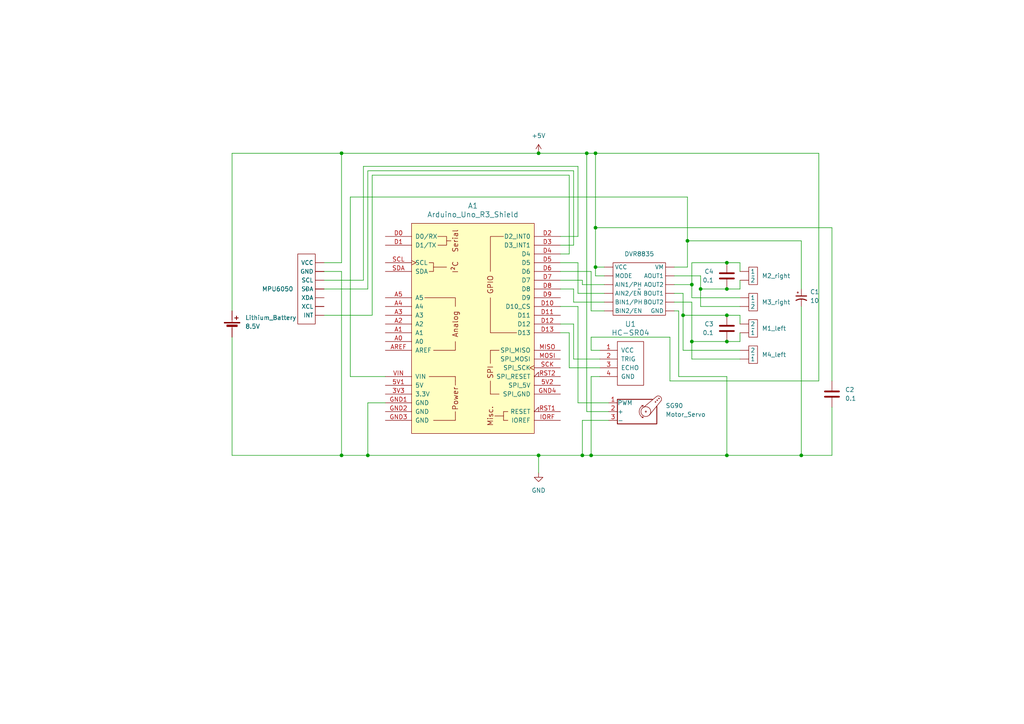
<source format=kicad_sch>
(kicad_sch (version 20230121) (generator eeschema)

  (uuid 4b7c3d41-ac4b-43a5-9790-3a03350d652f)

  (paper "A4")

  (lib_symbols
    (symbol "Device:Battery_Cell" (pin_numbers hide) (pin_names (offset 0) hide) (in_bom yes) (on_board yes)
      (property "Reference" "BT" (at 2.54 2.54 0)
        (effects (font (size 1.27 1.27)) (justify left))
      )
      (property "Value" "Battery_Cell" (at 2.54 0 0)
        (effects (font (size 1.27 1.27)) (justify left))
      )
      (property "Footprint" "" (at 0 1.524 90)
        (effects (font (size 1.27 1.27)) hide)
      )
      (property "Datasheet" "~" (at 0 1.524 90)
        (effects (font (size 1.27 1.27)) hide)
      )
      (property "ki_keywords" "battery cell" (at 0 0 0)
        (effects (font (size 1.27 1.27)) hide)
      )
      (property "ki_description" "Single-cell battery" (at 0 0 0)
        (effects (font (size 1.27 1.27)) hide)
      )
      (symbol "Battery_Cell_0_1"
        (rectangle (start -2.286 1.778) (end 2.286 1.524)
          (stroke (width 0) (type default))
          (fill (type outline))
        )
        (rectangle (start -1.524 1.016) (end 1.524 0.508)
          (stroke (width 0) (type default))
          (fill (type outline))
        )
        (polyline
          (pts
            (xy 0 0.762)
            (xy 0 0)
          )
          (stroke (width 0) (type default))
          (fill (type none))
        )
        (polyline
          (pts
            (xy 0 1.778)
            (xy 0 2.54)
          )
          (stroke (width 0) (type default))
          (fill (type none))
        )
        (polyline
          (pts
            (xy 0.762 3.048)
            (xy 1.778 3.048)
          )
          (stroke (width 0.254) (type default))
          (fill (type none))
        )
        (polyline
          (pts
            (xy 1.27 3.556)
            (xy 1.27 2.54)
          )
          (stroke (width 0.254) (type default))
          (fill (type none))
        )
      )
      (symbol "Battery_Cell_1_1"
        (pin passive line (at 0 5.08 270) (length 2.54)
          (name "+" (effects (font (size 1.27 1.27))))
          (number "1" (effects (font (size 1.27 1.27))))
        )
        (pin passive line (at 0 -2.54 90) (length 2.54)
          (name "-" (effects (font (size 1.27 1.27))))
          (number "2" (effects (font (size 1.27 1.27))))
        )
      )
    )
    (symbol "Device:C" (pin_numbers hide) (pin_names (offset 0.254)) (in_bom yes) (on_board yes)
      (property "Reference" "C" (at 0.635 2.54 0)
        (effects (font (size 1.27 1.27)) (justify left))
      )
      (property "Value" "C" (at 0.635 -2.54 0)
        (effects (font (size 1.27 1.27)) (justify left))
      )
      (property "Footprint" "" (at 0.9652 -3.81 0)
        (effects (font (size 1.27 1.27)) hide)
      )
      (property "Datasheet" "~" (at 0 0 0)
        (effects (font (size 1.27 1.27)) hide)
      )
      (property "ki_keywords" "cap capacitor" (at 0 0 0)
        (effects (font (size 1.27 1.27)) hide)
      )
      (property "ki_description" "Unpolarized capacitor" (at 0 0 0)
        (effects (font (size 1.27 1.27)) hide)
      )
      (property "ki_fp_filters" "C_*" (at 0 0 0)
        (effects (font (size 1.27 1.27)) hide)
      )
      (symbol "C_0_1"
        (polyline
          (pts
            (xy -2.032 -0.762)
            (xy 2.032 -0.762)
          )
          (stroke (width 0.508) (type default))
          (fill (type none))
        )
        (polyline
          (pts
            (xy -2.032 0.762)
            (xy 2.032 0.762)
          )
          (stroke (width 0.508) (type default))
          (fill (type none))
        )
      )
      (symbol "C_1_1"
        (pin passive line (at 0 3.81 270) (length 2.794)
          (name "~" (effects (font (size 1.27 1.27))))
          (number "1" (effects (font (size 1.27 1.27))))
        )
        (pin passive line (at 0 -3.81 90) (length 2.794)
          (name "~" (effects (font (size 1.27 1.27))))
          (number "2" (effects (font (size 1.27 1.27))))
        )
      )
    )
    (symbol "Device:C_Polarized_Small_US" (pin_numbers hide) (pin_names (offset 0.254) hide) (in_bom yes) (on_board yes)
      (property "Reference" "C" (at 0.254 1.778 0)
        (effects (font (size 1.27 1.27)) (justify left))
      )
      (property "Value" "C_Polarized_Small_US" (at 0.254 -2.032 0)
        (effects (font (size 1.27 1.27)) (justify left))
      )
      (property "Footprint" "" (at 0 0 0)
        (effects (font (size 1.27 1.27)) hide)
      )
      (property "Datasheet" "~" (at 0 0 0)
        (effects (font (size 1.27 1.27)) hide)
      )
      (property "ki_keywords" "cap capacitor" (at 0 0 0)
        (effects (font (size 1.27 1.27)) hide)
      )
      (property "ki_description" "Polarized capacitor, small US symbol" (at 0 0 0)
        (effects (font (size 1.27 1.27)) hide)
      )
      (property "ki_fp_filters" "CP_*" (at 0 0 0)
        (effects (font (size 1.27 1.27)) hide)
      )
      (symbol "C_Polarized_Small_US_0_1"
        (polyline
          (pts
            (xy -1.524 0.508)
            (xy 1.524 0.508)
          )
          (stroke (width 0.3048) (type default))
          (fill (type none))
        )
        (polyline
          (pts
            (xy -1.27 1.524)
            (xy -0.762 1.524)
          )
          (stroke (width 0) (type default))
          (fill (type none))
        )
        (polyline
          (pts
            (xy -1.016 1.27)
            (xy -1.016 1.778)
          )
          (stroke (width 0) (type default))
          (fill (type none))
        )
        (arc (start 1.524 -0.762) (mid 0 -0.3734) (end -1.524 -0.762)
          (stroke (width 0.3048) (type default))
          (fill (type none))
        )
      )
      (symbol "C_Polarized_Small_US_1_1"
        (pin passive line (at 0 2.54 270) (length 2.032)
          (name "~" (effects (font (size 1.27 1.27))))
          (number "1" (effects (font (size 1.27 1.27))))
        )
        (pin passive line (at 0 -2.54 90) (length 2.032)
          (name "~" (effects (font (size 1.27 1.27))))
          (number "2" (effects (font (size 1.27 1.27))))
        )
      )
    )
    (symbol "Motor:Motor_Servo" (pin_names (offset 0.0254)) (in_bom yes) (on_board yes)
      (property "Reference" "M" (at -5.08 4.445 0)
        (effects (font (size 1.27 1.27)) (justify left))
      )
      (property "Value" "Motor_Servo" (at -5.08 -4.064 0)
        (effects (font (size 1.27 1.27)) (justify left top))
      )
      (property "Footprint" "" (at 0 -4.826 0)
        (effects (font (size 1.27 1.27)) hide)
      )
      (property "Datasheet" "http://forums.parallax.com/uploads/attachments/46831/74481.png" (at 0 -4.826 0)
        (effects (font (size 1.27 1.27)) hide)
      )
      (property "ki_keywords" "Servo Motor" (at 0 0 0)
        (effects (font (size 1.27 1.27)) hide)
      )
      (property "ki_description" "Servo Motor (Futaba, HiTec, JR connector)" (at 0 0 0)
        (effects (font (size 1.27 1.27)) hide)
      )
      (property "ki_fp_filters" "PinHeader*P2.54mm*" (at 0 0 0)
        (effects (font (size 1.27 1.27)) hide)
      )
      (symbol "Motor_Servo_0_1"
        (polyline
          (pts
            (xy 2.413 -1.778)
            (xy 2.032 -1.778)
          )
          (stroke (width 0) (type default))
          (fill (type none))
        )
        (polyline
          (pts
            (xy 2.413 -1.778)
            (xy 2.286 -1.397)
          )
          (stroke (width 0) (type default))
          (fill (type none))
        )
        (polyline
          (pts
            (xy 2.413 1.778)
            (xy 1.905 1.778)
          )
          (stroke (width 0) (type default))
          (fill (type none))
        )
        (polyline
          (pts
            (xy 2.413 1.778)
            (xy 2.286 1.397)
          )
          (stroke (width 0) (type default))
          (fill (type none))
        )
        (polyline
          (pts
            (xy 6.35 4.445)
            (xy 2.54 1.27)
          )
          (stroke (width 0) (type default))
          (fill (type none))
        )
        (polyline
          (pts
            (xy 7.62 3.175)
            (xy 4.191 -1.016)
          )
          (stroke (width 0) (type default))
          (fill (type none))
        )
        (polyline
          (pts
            (xy 5.08 3.556)
            (xy -5.08 3.556)
            (xy -5.08 -3.556)
            (xy 6.35 -3.556)
            (xy 6.35 1.524)
          )
          (stroke (width 0.254) (type default))
          (fill (type none))
        )
        (arc (start 2.413 1.778) (mid 1.2406 0) (end 2.413 -1.778)
          (stroke (width 0) (type default))
          (fill (type none))
        )
        (circle (center 3.175 0) (radius 0.1778)
          (stroke (width 0) (type default))
          (fill (type none))
        )
        (circle (center 3.175 0) (radius 1.4224)
          (stroke (width 0) (type default))
          (fill (type none))
        )
        (circle (center 5.969 2.794) (radius 0.127)
          (stroke (width 0) (type default))
          (fill (type none))
        )
        (circle (center 6.477 3.302) (radius 0.127)
          (stroke (width 0) (type default))
          (fill (type none))
        )
        (circle (center 6.985 3.81) (radius 0.127)
          (stroke (width 0) (type default))
          (fill (type none))
        )
        (arc (start 7.62 3.175) (mid 7.4485 4.2735) (end 6.35 4.445)
          (stroke (width 0) (type default))
          (fill (type none))
        )
      )
      (symbol "Motor_Servo_1_1"
        (pin passive line (at -7.62 2.54 0) (length 2.54)
          (name "PWM" (effects (font (size 1.27 1.27))))
          (number "1" (effects (font (size 1.27 1.27))))
        )
        (pin passive line (at -7.62 0 0) (length 2.54)
          (name "+" (effects (font (size 1.27 1.27))))
          (number "2" (effects (font (size 1.27 1.27))))
        )
        (pin passive line (at -7.62 -2.54 0) (length 2.54)
          (name "-" (effects (font (size 1.27 1.27))))
          (number "3" (effects (font (size 1.27 1.27))))
        )
      )
    )
    (symbol "PCM_arduino-library:Arduino_Uno_R3_Shield" (pin_names (offset 1.016)) (in_bom yes) (on_board yes)
      (property "Reference" "A" (at 0 36.83 0)
        (effects (font (size 1.524 1.524)))
      )
      (property "Value" "Arduino_Uno_R3_Shield" (at 0 33.02 0)
        (effects (font (size 1.524 1.524)))
      )
      (property "Footprint" "PCM_arduino-library:Arduino_Uno_R3_Shield" (at 0 -38.1 0)
        (effects (font (size 1.524 1.524)) hide)
      )
      (property "Datasheet" "https://docs.arduino.cc/hardware/uno-rev3" (at 0 -34.29 0)
        (effects (font (size 1.524 1.524)) hide)
      )
      (property "ki_keywords" "Arduino MPU Shield" (at 0 0 0)
        (effects (font (size 1.27 1.27)) hide)
      )
      (property "ki_description" "Shield for Arduino Uno R3" (at 0 0 0)
        (effects (font (size 1.27 1.27)) hide)
      )
      (property "ki_fp_filters" "Arduino_Uno_R3_Shield" (at 0 0 0)
        (effects (font (size 1.27 1.27)) hide)
      )
      (symbol "Arduino_Uno_R3_Shield_0_0"
        (rectangle (start -17.78 30.48) (end 17.78 -30.48)
          (stroke (width 0) (type default))
          (fill (type background))
        )
        (rectangle (start -12.7 -13.97) (end -5.08 -13.97)
          (stroke (width 0) (type default))
          (fill (type none))
        )
        (rectangle (start -11.43 -26.67) (end -5.08 -26.67)
          (stroke (width 0) (type default))
          (fill (type none))
        )
        (polyline
          (pts
            (xy -11.43 17.78)
            (xy -7.62 17.78)
          )
          (stroke (width 0) (type default))
          (fill (type none))
        )
        (polyline
          (pts
            (xy -7.62 25.4)
            (xy -6.35 25.4)
          )
          (stroke (width 0) (type default))
          (fill (type none))
        )
        (polyline
          (pts
            (xy -5.08 -26.67)
            (xy -5.08 -24.13)
          )
          (stroke (width 0) (type default))
          (fill (type none))
        )
        (polyline
          (pts
            (xy -5.08 -15.24)
            (xy -5.08 -16.51)
          )
          (stroke (width 0) (type default))
          (fill (type none))
        )
        (polyline
          (pts
            (xy -5.08 -13.97)
            (xy -5.08 -15.24)
          )
          (stroke (width 0) (type default))
          (fill (type none))
        )
        (polyline
          (pts
            (xy -5.08 -3.81)
            (xy -5.08 -6.35)
            (xy -11.43 -6.35)
          )
          (stroke (width 0) (type default))
          (fill (type none))
        )
        (polyline
          (pts
            (xy -5.08 6.35)
            (xy -5.08 8.89)
            (xy -13.97 8.89)
          )
          (stroke (width 0) (type default))
          (fill (type none))
        )
        (polyline
          (pts
            (xy 5.08 8.89)
            (xy 5.08 -1.27)
            (xy 12.7 -1.27)
          )
          (stroke (width 0) (type default))
          (fill (type none))
        )
        (polyline
          (pts
            (xy 5.08 16.51)
            (xy 5.08 26.67)
            (xy 8.89 26.67)
          )
          (stroke (width 0) (type default))
          (fill (type none))
        )
        (polyline
          (pts
            (xy -12.7 19.05)
            (xy -11.43 19.05)
            (xy -11.43 16.51)
            (xy -12.7 16.51)
          )
          (stroke (width 0) (type default))
          (fill (type none))
        )
        (polyline
          (pts
            (xy -10.16 26.67)
            (xy -7.62 26.67)
            (xy -7.62 24.13)
            (xy -10.16 24.13)
          )
          (stroke (width 0) (type default))
          (fill (type none))
        )
        (rectangle (start 5.08 -19.05) (end 5.08 -15.24)
          (stroke (width 0) (type default))
          (fill (type none))
        )
        (rectangle (start 5.08 -19.05) (end 7.62 -19.05)
          (stroke (width 0) (type default))
          (fill (type none))
        )
        (rectangle (start 5.08 -10.16) (end 5.08 -6.35)
          (stroke (width 0) (type default))
          (fill (type none))
        )
        (rectangle (start 7.62 -6.35) (end 5.08 -6.35)
          (stroke (width 0) (type default))
          (fill (type none))
        )
        (rectangle (start 8.89 -25.4) (end 6.35 -25.4)
          (stroke (width 0) (type default))
          (fill (type none))
        )
        (rectangle (start 8.89 -24.13) (end 8.89 -26.67)
          (stroke (width 0) (type default))
          (fill (type none))
        )
        (rectangle (start 10.16 -26.67) (end 8.89 -26.67)
          (stroke (width 0) (type default))
          (fill (type none))
        )
        (rectangle (start 10.16 -24.13) (end 8.89 -24.13)
          (stroke (width 0) (type default))
          (fill (type none))
        )
        (text "Analog" (at -5.08 1.27 900)
          (effects (font (size 1.524 1.524)))
        )
        (text "I²C" (at -5.08 17.78 900)
          (effects (font (size 1.524 1.524)))
        )
        (text "Misc." (at 5.08 -25.4 900)
          (effects (font (size 1.524 1.524)))
        )
        (text "Power" (at -5.08 -20.32 900)
          (effects (font (size 1.524 1.524)))
        )
        (text "Serial" (at -5.08 25.4 900)
          (effects (font (size 1.524 1.524)))
        )
        (text "SPI" (at 5.08 -12.7 900)
          (effects (font (size 1.524 1.524)))
        )
      )
      (symbol "Arduino_Uno_R3_Shield_1_0"
        (text "GPIO" (at 5.08 12.7 900)
          (effects (font (size 1.524 1.524)))
        )
      )
      (symbol "Arduino_Uno_R3_Shield_1_1"
        (pin power_out line (at -25.4 -19.05 0) (length 7.62)
          (name "3.3V" (effects (font (size 1.27 1.27))))
          (number "3V3" (effects (font (size 1.27 1.27))))
        )
        (pin power_in line (at -25.4 -16.51 0) (length 7.62)
          (name "5V" (effects (font (size 1.27 1.27))))
          (number "5V1" (effects (font (size 1.27 1.27))))
        )
        (pin power_in line (at 25.4 -16.51 180) (length 7.62)
          (name "SPI_5V" (effects (font (size 1.27 1.27))))
          (number "5V2" (effects (font (size 1.27 1.27))))
        )
        (pin bidirectional line (at -25.4 -3.81 0) (length 7.62)
          (name "A0" (effects (font (size 1.27 1.27))))
          (number "A0" (effects (font (size 1.27 1.27))))
        )
        (pin bidirectional line (at -25.4 -1.27 0) (length 7.62)
          (name "A1" (effects (font (size 1.27 1.27))))
          (number "A1" (effects (font (size 1.27 1.27))))
        )
        (pin bidirectional line (at -25.4 1.27 0) (length 7.62)
          (name "A2" (effects (font (size 1.27 1.27))))
          (number "A2" (effects (font (size 1.27 1.27))))
        )
        (pin bidirectional line (at -25.4 3.81 0) (length 7.62)
          (name "A3" (effects (font (size 1.27 1.27))))
          (number "A3" (effects (font (size 1.27 1.27))))
        )
        (pin bidirectional line (at -25.4 6.35 0) (length 7.62)
          (name "A4" (effects (font (size 1.27 1.27))))
          (number "A4" (effects (font (size 1.27 1.27))))
        )
        (pin bidirectional line (at -25.4 8.89 0) (length 7.62)
          (name "A5" (effects (font (size 1.27 1.27))))
          (number "A5" (effects (font (size 1.27 1.27))))
        )
        (pin input line (at -25.4 -6.35 0) (length 7.62)
          (name "AREF" (effects (font (size 1.27 1.27))))
          (number "AREF" (effects (font (size 1.27 1.27))))
        )
        (pin bidirectional line (at -25.4 26.67 0) (length 7.62)
          (name "D0/RX" (effects (font (size 1.27 1.27))))
          (number "D0" (effects (font (size 1.27 1.27))))
        )
        (pin bidirectional line (at -25.4 24.13 0) (length 7.62)
          (name "D1/TX" (effects (font (size 1.27 1.27))))
          (number "D1" (effects (font (size 1.27 1.27))))
        )
        (pin bidirectional line (at 25.4 6.35 180) (length 7.62)
          (name "D10_CS" (effects (font (size 1.27 1.27))))
          (number "D10" (effects (font (size 1.27 1.27))))
        )
        (pin bidirectional line (at 25.4 3.81 180) (length 7.62)
          (name "D11" (effects (font (size 1.27 1.27))))
          (number "D11" (effects (font (size 1.27 1.27))))
        )
        (pin bidirectional line (at 25.4 1.27 180) (length 7.62)
          (name "D12" (effects (font (size 1.27 1.27))))
          (number "D12" (effects (font (size 1.27 1.27))))
        )
        (pin bidirectional line (at 25.4 -1.27 180) (length 7.62)
          (name "D13" (effects (font (size 1.27 1.27))))
          (number "D13" (effects (font (size 1.27 1.27))))
        )
        (pin bidirectional line (at 25.4 26.67 180) (length 7.62)
          (name "D2_INT0" (effects (font (size 1.27 1.27))))
          (number "D2" (effects (font (size 1.27 1.27))))
        )
        (pin bidirectional line (at 25.4 24.13 180) (length 7.62)
          (name "D3_INT1" (effects (font (size 1.27 1.27))))
          (number "D3" (effects (font (size 1.27 1.27))))
        )
        (pin bidirectional line (at 25.4 21.59 180) (length 7.62)
          (name "D4" (effects (font (size 1.27 1.27))))
          (number "D4" (effects (font (size 1.27 1.27))))
        )
        (pin bidirectional line (at 25.4 19.05 180) (length 7.62)
          (name "D5" (effects (font (size 1.27 1.27))))
          (number "D5" (effects (font (size 1.27 1.27))))
        )
        (pin bidirectional line (at 25.4 16.51 180) (length 7.62)
          (name "D6" (effects (font (size 1.27 1.27))))
          (number "D6" (effects (font (size 1.27 1.27))))
        )
        (pin bidirectional line (at 25.4 13.97 180) (length 7.62)
          (name "D7" (effects (font (size 1.27 1.27))))
          (number "D7" (effects (font (size 1.27 1.27))))
        )
        (pin bidirectional line (at 25.4 11.43 180) (length 7.62)
          (name "D8" (effects (font (size 1.27 1.27))))
          (number "D8" (effects (font (size 1.27 1.27))))
        )
        (pin bidirectional line (at 25.4 8.89 180) (length 7.62)
          (name "D9" (effects (font (size 1.27 1.27))))
          (number "D9" (effects (font (size 1.27 1.27))))
        )
        (pin power_in line (at -25.4 -21.59 0) (length 7.62)
          (name "GND" (effects (font (size 1.27 1.27))))
          (number "GND1" (effects (font (size 1.27 1.27))))
        )
        (pin power_in line (at -25.4 -24.13 0) (length 7.62)
          (name "GND" (effects (font (size 1.27 1.27))))
          (number "GND2" (effects (font (size 1.27 1.27))))
        )
        (pin power_in line (at -25.4 -26.67 0) (length 7.62)
          (name "GND" (effects (font (size 1.27 1.27))))
          (number "GND3" (effects (font (size 1.27 1.27))))
        )
        (pin power_in line (at 25.4 -19.05 180) (length 7.62)
          (name "SPI_GND" (effects (font (size 1.27 1.27))))
          (number "GND4" (effects (font (size 1.27 1.27))))
        )
        (pin output line (at 25.4 -26.67 180) (length 7.62)
          (name "IOREF" (effects (font (size 1.27 1.27))))
          (number "IORF" (effects (font (size 1.27 1.27))))
        )
        (pin input line (at 25.4 -6.35 180) (length 7.62)
          (name "SPI_MISO" (effects (font (size 1.27 1.27))))
          (number "MISO" (effects (font (size 1.27 1.27))))
        )
        (pin output line (at 25.4 -8.89 180) (length 7.62)
          (name "SPI_MOSI" (effects (font (size 1.27 1.27))))
          (number "MOSI" (effects (font (size 1.27 1.27))))
        )
        (pin open_collector input_low (at 25.4 -24.13 180) (length 7.62)
          (name "RESET" (effects (font (size 1.27 1.27))))
          (number "RST1" (effects (font (size 1.27 1.27))))
        )
        (pin open_collector input_low (at 25.4 -13.97 180) (length 7.62)
          (name "SPI_RESET" (effects (font (size 1.27 1.27))))
          (number "RST2" (effects (font (size 1.27 1.27))))
        )
        (pin output clock (at 25.4 -11.43 180) (length 7.62)
          (name "SPI_SCK" (effects (font (size 1.27 1.27))))
          (number "SCK" (effects (font (size 1.27 1.27))))
        )
        (pin bidirectional clock (at -25.4 19.05 0) (length 7.62)
          (name "SCL" (effects (font (size 1.27 1.27))))
          (number "SCL" (effects (font (size 1.27 1.27))))
        )
        (pin bidirectional line (at -25.4 16.51 0) (length 7.62)
          (name "SDA" (effects (font (size 1.27 1.27))))
          (number "SDA" (effects (font (size 1.27 1.27))))
        )
        (pin power_in line (at -25.4 -13.97 0) (length 7.62)
          (name "VIN" (effects (font (size 1.27 1.27))))
          (number "VIN" (effects (font (size 1.27 1.27))))
        )
      )
    )
    (symbol "Project_2_library:DRV8835" (in_bom yes) (on_board yes)
      (property "Reference" "X" (at 0 0 0)
        (effects (font (size 1.27 1.27)))
      )
      (property "Value" "" (at 0 0 0)
        (effects (font (size 1.27 1.27)))
      )
      (property "Footprint" "" (at 0 0 0)
        (effects (font (size 1.27 1.27)) hide)
      )
      (property "Datasheet" "" (at 0 0 0)
        (effects (font (size 1.27 1.27)) hide)
      )
      (symbol "DRV8835_0_1"
        (polyline
          (pts
            (xy 0 7.62)
            (xy 7.62 7.62)
            (xy 7.62 -7.62)
            (xy -7.62 -7.62)
            (xy -7.62 7.62)
            (xy 0 7.62)
          )
          (stroke (width 0) (type default))
          (fill (type none))
        )
      )
      (symbol "DRV8835_1_1"
        (pin input line (at 10.16 1.27 180) (length 2.54)
          (name "AIN1/PH" (effects (font (size 1.2 1.2))))
          (number "" (effects (font (size 1.2 1.2))))
        )
        (pin input line (at 10.16 -1.27 180) (length 2.54)
          (name "AIN2/EN" (effects (font (size 1.2 1.2))))
          (number "" (effects (font (size 1.2 1.2))))
        )
        (pin output line (at -10.16 3.81 0) (length 2.54)
          (name "AOUT1" (effects (font (size 1.2 1.2))))
          (number "" (effects (font (size 1.2 1.2))))
        )
        (pin output line (at -10.16 1.27 0) (length 2.54)
          (name "AOUT2" (effects (font (size 1.2 1.2))))
          (number "" (effects (font (size 1.2 1.2))))
        )
        (pin input line (at 10.16 -3.81 180) (length 2.54)
          (name "BIN1/PH" (effects (font (size 1.2 1.2))))
          (number "" (effects (font (size 1.2 1.2))))
        )
        (pin input line (at 10.16 -6.35 180) (length 2.54)
          (name "BIN2/EN" (effects (font (size 1.2 1.2))))
          (number "" (effects (font (size 1.2 1.2))))
        )
        (pin output line (at -10.16 -1.27 0) (length 2.54)
          (name "BOUT1" (effects (font (size 1.2 1.2))))
          (number "" (effects (font (size 1.2 1.2))))
        )
        (pin output line (at -10.16 -3.81 0) (length 2.54)
          (name "BOUT2" (effects (font (size 1.2 1.2))))
          (number "" (effects (font (size 1.2 1.2))))
        )
        (pin output line (at -10.16 -6.35 0) (length 2.54)
          (name "GND" (effects (font (size 1.2 1.2))))
          (number "" (effects (font (size 1.2 1.2))))
        )
        (pin input line (at 10.16 3.81 180) (length 2.54)
          (name "MODE" (effects (font (size 1.2 1.2))))
          (number "" (effects (font (size 1.2 1.2))))
        )
        (pin input line (at 10.16 6.35 180) (length 2.54)
          (name "VCC" (effects (font (size 1.2 1.2))))
          (number "" (effects (font (size 1.2 1.2))))
        )
        (pin output line (at -10.16 6.35 0) (length 2.54)
          (name "VM" (effects (font (size 1.2 1.2))))
          (number "" (effects (font (size 1.2 1.2))))
        )
      )
    )
    (symbol "Project_2_library:M1" (in_bom yes) (on_board yes)
      (property "Reference" "x" (at 0 0 0)
        (effects (font (size 1.27 1.27)))
      )
      (property "Value" "" (at 0 0 0)
        (effects (font (size 1.27 1.27)))
      )
      (property "Footprint" "" (at 0 0 0)
        (effects (font (size 1.27 1.27)) hide)
      )
      (property "Datasheet" "" (at 0 0 0)
        (effects (font (size 1.27 1.27)) hide)
      )
      (symbol "M1_0_1"
        (rectangle (start -1.27 2.54) (end 1.27 -2.54)
          (stroke (width 0) (type default))
          (fill (type none))
        )
      )
      (symbol "M1_1_1"
        (pin input line (at -3.81 -1.27 0) (length 2.54)
          (name "1" (effects (font (size 1.2 1.2))))
          (number "" (effects (font (size 1.2 1.2))))
        )
        (pin input line (at -3.81 1.27 0) (length 2.54)
          (name "2" (effects (font (size 1.2 1.2))))
          (number "" (effects (font (size 1.2 1.2))))
        )
      )
    )
    (symbol "Project_2_library:M2" (in_bom yes) (on_board yes)
      (property "Reference" "x" (at 0 0 0)
        (effects (font (size 1.27 1.27)))
      )
      (property "Value" "" (at 0 0 0)
        (effects (font (size 1.27 1.27)))
      )
      (property "Footprint" "" (at 0 0 0)
        (effects (font (size 1.27 1.27)) hide)
      )
      (property "Datasheet" "" (at 0 0 0)
        (effects (font (size 1.27 1.27)) hide)
      )
      (symbol "M2_0_1"
        (rectangle (start -1.27 2.54) (end 1.27 -2.54)
          (stroke (width 0) (type default))
          (fill (type none))
        )
      )
      (symbol "M2_1_1"
        (pin input line (at -3.81 1.27 0) (length 2.54)
          (name "1" (effects (font (size 1.2 1.2))))
          (number "" (effects (font (size 1.2 1.2))))
        )
        (pin input line (at -3.81 -1.27 0) (length 2.54)
          (name "2" (effects (font (size 1.2 1.2))))
          (number "" (effects (font (size 1.2 1.2))))
        )
      )
    )
    (symbol "Project_2_library:MPU6050" (in_bom yes) (on_board yes)
      (property "Reference" "x" (at 0 0 0)
        (effects (font (size 1.27 1.27)))
      )
      (property "Value" "" (at 0 0 0)
        (effects (font (size 1.27 1.27)))
      )
      (property "Footprint" "" (at 0 0 0)
        (effects (font (size 1.27 1.27)) hide)
      )
      (property "Datasheet" "" (at 0 0 0)
        (effects (font (size 1.27 1.27)) hide)
      )
      (symbol "MPU6050_0_1"
        (rectangle (start -2.54 10.16) (end 2.54 -10.16)
          (stroke (width 0) (type default))
          (fill (type none))
        )
      )
      (symbol "MPU6050_1_1"
        (pin input line (at -5.08 5.08 0) (length 2.54)
          (name "GND" (effects (font (size 1.2 1.2))))
          (number "" (effects (font (size 1.2 1.2))))
        )
        (pin input line (at -5.08 -7.62 0) (length 2.54)
          (name "INT" (effects (font (size 1.2 1.2))))
          (number "" (effects (font (size 1.2 1.2))))
        )
        (pin input line (at -5.08 2.54 0) (length 2.54)
          (name "SCL" (effects (font (size 1.2 1.2))))
          (number "" (effects (font (size 1.2 1.2))))
        )
        (pin input line (at -5.08 0 0) (length 2.54)
          (name "SDA" (effects (font (size 1.2 1.2))))
          (number "" (effects (font (size 1.2 1.2))))
        )
        (pin input line (at -5.08 7.62 0) (length 2.54)
          (name "VCC" (effects (font (size 1.2 1.2))))
          (number "" (effects (font (size 1.2 1.2))))
        )
        (pin input line (at -5.08 -5.08 0) (length 2.54)
          (name "XCL" (effects (font (size 1.2 1.2))))
          (number "" (effects (font (size 1.2 1.2))))
        )
        (pin input line (at -5.08 -2.54 0) (length 2.54)
          (name "XDA" (effects (font (size 1.2 1.2))))
          (number "" (effects (font (size 1.2 1.2))))
        )
      )
    )
    (symbol "hc-sr04:HC-SR04" (pin_names (offset 1.016)) (in_bom yes) (on_board yes)
      (property "Reference" "U" (at -6.35 -7.62 0)
        (effects (font (size 1.524 1.524)))
      )
      (property "Value" "HC-SR04" (at -2.54 7.62 0)
        (effects (font (size 1.524 1.524)))
      )
      (property "Footprint" "" (at 0 0 0)
        (effects (font (size 1.524 1.524)))
      )
      (property "Datasheet" "" (at 0 0 0)
        (effects (font (size 1.524 1.524)))
      )
      (symbol "HC-SR04_0_1"
        (rectangle (start 0 6.35) (end -7.62 -6.35)
          (stroke (width 0) (type solid))
          (fill (type none))
        )
      )
      (symbol "HC-SR04_1_1"
        (pin input line (at 5.08 3.81 180) (length 5.08)
          (name "VCC" (effects (font (size 1.27 1.27))))
          (number "1" (effects (font (size 1.27 1.27))))
        )
        (pin input line (at 5.08 1.27 180) (length 5.08)
          (name "TRIG" (effects (font (size 1.27 1.27))))
          (number "2" (effects (font (size 1.27 1.27))))
        )
        (pin input line (at 5.08 -1.27 180) (length 5.08)
          (name "ECHO" (effects (font (size 1.27 1.27))))
          (number "3" (effects (font (size 1.27 1.27))))
        )
        (pin input line (at 5.08 -3.81 180) (length 5.08)
          (name "GND" (effects (font (size 1.27 1.27))))
          (number "4" (effects (font (size 1.27 1.27))))
        )
      )
    )
    (symbol "power:+5V" (power) (pin_names (offset 0)) (in_bom yes) (on_board yes)
      (property "Reference" "#PWR" (at 0 -3.81 0)
        (effects (font (size 1.27 1.27)) hide)
      )
      (property "Value" "+5V" (at 0 3.556 0)
        (effects (font (size 1.27 1.27)))
      )
      (property "Footprint" "" (at 0 0 0)
        (effects (font (size 1.27 1.27)) hide)
      )
      (property "Datasheet" "" (at 0 0 0)
        (effects (font (size 1.27 1.27)) hide)
      )
      (property "ki_keywords" "global power" (at 0 0 0)
        (effects (font (size 1.27 1.27)) hide)
      )
      (property "ki_description" "Power symbol creates a global label with name \"+5V\"" (at 0 0 0)
        (effects (font (size 1.27 1.27)) hide)
      )
      (symbol "+5V_0_1"
        (polyline
          (pts
            (xy -0.762 1.27)
            (xy 0 2.54)
          )
          (stroke (width 0) (type default))
          (fill (type none))
        )
        (polyline
          (pts
            (xy 0 0)
            (xy 0 2.54)
          )
          (stroke (width 0) (type default))
          (fill (type none))
        )
        (polyline
          (pts
            (xy 0 2.54)
            (xy 0.762 1.27)
          )
          (stroke (width 0) (type default))
          (fill (type none))
        )
      )
      (symbol "+5V_1_1"
        (pin power_in line (at 0 0 90) (length 0) hide
          (name "+5V" (effects (font (size 1.27 1.27))))
          (number "1" (effects (font (size 1.27 1.27))))
        )
      )
    )
    (symbol "power:GND" (power) (pin_names (offset 0)) (in_bom yes) (on_board yes)
      (property "Reference" "#PWR" (at 0 -6.35 0)
        (effects (font (size 1.27 1.27)) hide)
      )
      (property "Value" "GND" (at 0 -3.81 0)
        (effects (font (size 1.27 1.27)))
      )
      (property "Footprint" "" (at 0 0 0)
        (effects (font (size 1.27 1.27)) hide)
      )
      (property "Datasheet" "" (at 0 0 0)
        (effects (font (size 1.27 1.27)) hide)
      )
      (property "ki_keywords" "global power" (at 0 0 0)
        (effects (font (size 1.27 1.27)) hide)
      )
      (property "ki_description" "Power symbol creates a global label with name \"GND\" , ground" (at 0 0 0)
        (effects (font (size 1.27 1.27)) hide)
      )
      (symbol "GND_0_1"
        (polyline
          (pts
            (xy 0 0)
            (xy 0 -1.27)
            (xy 1.27 -1.27)
            (xy 0 -2.54)
            (xy -1.27 -1.27)
            (xy 0 -1.27)
          )
          (stroke (width 0) (type default))
          (fill (type none))
        )
      )
      (symbol "GND_1_1"
        (pin power_in line (at 0 0 270) (length 0) hide
          (name "GND" (effects (font (size 1.27 1.27))))
          (number "1" (effects (font (size 1.27 1.27))))
        )
      )
    )
  )

  (junction (at 170.18 44.45) (diameter 0) (color 0 0 0 0)
    (uuid 03c678ce-b4bf-4635-8d0c-8564b695759b)
  )
  (junction (at 106.68 132.08) (diameter 0) (color 0 0 0 0)
    (uuid 19b73057-0884-43a3-9fef-4361dc00ada7)
  )
  (junction (at 210.82 76.2) (diameter 0) (color 0 0 0 0)
    (uuid 21090493-b375-4023-8095-368efd74dbd8)
  )
  (junction (at 168.91 132.08) (diameter 0) (color 0 0 0 0)
    (uuid 2a26f931-2c57-4ec3-b0ca-11d299c3b2a9)
  )
  (junction (at 232.41 132.08) (diameter 0) (color 0 0 0 0)
    (uuid 396bb33b-8ff7-4f5d-ad18-00b23057b3b1)
  )
  (junction (at 210.82 99.06) (diameter 0) (color 0 0 0 0)
    (uuid 47927bd4-8c9a-4a64-a599-de430adb3552)
  )
  (junction (at 199.39 69.85) (diameter 0) (color 0 0 0 0)
    (uuid 49f8e431-8ad4-44e3-8d60-996b90f63309)
  )
  (junction (at 210.82 132.08) (diameter 0) (color 0 0 0 0)
    (uuid 502880e1-9546-4538-920a-6f3caa4721ee)
  )
  (junction (at 99.06 44.45) (diameter 0) (color 0 0 0 0)
    (uuid 56017082-b84b-4f1e-8a85-e487dabf27d3)
  )
  (junction (at 203.2 83.82) (diameter 0) (color 0 0 0 0)
    (uuid 5a6d84f1-f5db-4f70-ab9d-b67a1646d999)
  )
  (junction (at 200.66 99.06) (diameter 0) (color 0 0 0 0)
    (uuid 69360d2b-0f87-4790-9edf-0b1dcb1c45d3)
  )
  (junction (at 172.72 77.47) (diameter 0) (color 0 0 0 0)
    (uuid 69b7e6a9-3d26-49b9-a2b8-45794f75391d)
  )
  (junction (at 156.21 44.45) (diameter 0) (color 0 0 0 0)
    (uuid 723b429f-4f45-4df5-96ce-86dd8527c81c)
  )
  (junction (at 198.12 91.44) (diameter 0) (color 0 0 0 0)
    (uuid 822f31dc-3429-432c-b6ae-d1e14d97d502)
  )
  (junction (at 210.82 83.82) (diameter 0) (color 0 0 0 0)
    (uuid 838ec070-d56d-48d4-9426-d01afd9a3591)
  )
  (junction (at 200.66 82.55) (diameter 0) (color 0 0 0 0)
    (uuid 8cdadc59-35f8-4173-9799-7c055fcd065f)
  )
  (junction (at 172.72 44.45) (diameter 0) (color 0 0 0 0)
    (uuid 9210f914-e868-4fc3-8251-bd53c718c73d)
  )
  (junction (at 156.21 132.08) (diameter 0) (color 0 0 0 0)
    (uuid a266d744-1105-4360-834f-f43a298fab2c)
  )
  (junction (at 210.82 91.44) (diameter 0) (color 0 0 0 0)
    (uuid bae630b2-41e1-4052-a5a0-0e1b18a3a28c)
  )
  (junction (at 172.72 66.04) (diameter 0) (color 0 0 0 0)
    (uuid dca967e1-891f-47ed-a6fe-875ae6ed0f7f)
  )
  (junction (at 171.45 132.08) (diameter 0) (color 0 0 0 0)
    (uuid ed1c717e-213d-4f6b-af2b-f110fd65af6a)
  )
  (junction (at 99.06 132.08) (diameter 0) (color 0 0 0 0)
    (uuid fd6546a7-75c2-4fad-994a-b6fe6f644587)
  )

  (wire (pts (xy 198.12 85.09) (xy 195.58 85.09))
    (stroke (width 0) (type default))
    (uuid 0194b870-6907-4026-808a-25faed5ac97b)
  )
  (wire (pts (xy 172.72 66.04) (xy 241.3 66.04))
    (stroke (width 0) (type default))
    (uuid 024ada54-e6b0-43a1-846b-41ad25019d38)
  )
  (wire (pts (xy 168.91 81.28) (xy 162.56 81.28))
    (stroke (width 0) (type default))
    (uuid 025ee814-b162-44e8-9c29-11ba9239cd3b)
  )
  (wire (pts (xy 237.49 44.45) (xy 172.72 44.45))
    (stroke (width 0) (type default))
    (uuid 0390ffaf-eeca-46ea-b835-83047f1f8a5e)
  )
  (wire (pts (xy 67.31 132.08) (xy 99.06 132.08))
    (stroke (width 0) (type default))
    (uuid 03a37d1a-9578-4f68-a41e-b18f125ecfb6)
  )
  (wire (pts (xy 175.26 87.63) (xy 166.37 87.63))
    (stroke (width 0) (type default))
    (uuid 03c9ee06-0cd0-4548-bd1f-faf31ad1c7de)
  )
  (wire (pts (xy 172.72 77.47) (xy 172.72 66.04))
    (stroke (width 0) (type default))
    (uuid 060a31fc-2e1c-470c-89fd-053d98cc798a)
  )
  (wire (pts (xy 241.3 118.11) (xy 241.3 132.08))
    (stroke (width 0) (type default))
    (uuid 06c0e70b-20f2-4854-a1cf-40f32d447222)
  )
  (wire (pts (xy 167.64 88.9) (xy 162.56 88.9))
    (stroke (width 0) (type default))
    (uuid 07d34e06-736a-434c-9734-ffadd50e9d74)
  )
  (wire (pts (xy 162.56 93.98) (xy 166.37 93.98))
    (stroke (width 0) (type default))
    (uuid 0ae22de1-7485-481c-8b10-3af223dd7d02)
  )
  (wire (pts (xy 232.41 69.85) (xy 232.41 83.82))
    (stroke (width 0) (type default))
    (uuid 0c2641a2-73a5-49a6-ae95-9b7e62d845f4)
  )
  (wire (pts (xy 67.31 97.79) (xy 67.31 132.08))
    (stroke (width 0) (type default))
    (uuid 10d45af4-4675-448d-9ad9-d8f73b16a42b)
  )
  (wire (pts (xy 170.18 44.45) (xy 156.21 44.45))
    (stroke (width 0) (type default))
    (uuid 13ec4844-bf1e-42fc-80d6-3818f782d4f5)
  )
  (wire (pts (xy 93.98 81.28) (xy 105.41 81.28))
    (stroke (width 0) (type default))
    (uuid 145d209b-a6d2-49cf-84b3-cf03ade6c68f)
  )
  (wire (pts (xy 200.66 87.63) (xy 195.58 87.63))
    (stroke (width 0) (type default))
    (uuid 16d2247a-5d9e-4cbc-a585-2b4967f721e5)
  )
  (wire (pts (xy 99.06 44.45) (xy 156.21 44.45))
    (stroke (width 0) (type default))
    (uuid 17cf9119-ec12-4c39-b688-e0fb9442bd58)
  )
  (wire (pts (xy 214.63 81.28) (xy 214.63 83.82))
    (stroke (width 0) (type default))
    (uuid 1f4c3e6b-a8ec-4177-8c9c-08e678919cc9)
  )
  (wire (pts (xy 176.53 116.84) (xy 167.64 116.84))
    (stroke (width 0) (type default))
    (uuid 20200fad-f4f6-422e-b468-2444c33014e4)
  )
  (wire (pts (xy 175.26 80.01) (xy 172.72 80.01))
    (stroke (width 0) (type default))
    (uuid 2c532d94-49f5-4af0-be2e-da36bb4292c9)
  )
  (wire (pts (xy 166.37 87.63) (xy 166.37 83.82))
    (stroke (width 0) (type default))
    (uuid 2cbdec96-81a2-4668-bf53-7f5af6a325e8)
  )
  (wire (pts (xy 173.99 109.22) (xy 171.45 109.22))
    (stroke (width 0) (type default))
    (uuid 2dd1cf8e-c3a1-4595-9e52-69a14de9de29)
  )
  (wire (pts (xy 237.49 110.49) (xy 237.49 44.45))
    (stroke (width 0) (type default))
    (uuid 2dfc2dca-c443-43d6-99df-de49e60d4830)
  )
  (wire (pts (xy 111.76 116.84) (xy 106.68 116.84))
    (stroke (width 0) (type default))
    (uuid 2f7112a9-c422-45a2-9864-e64d8e134367)
  )
  (wire (pts (xy 232.41 88.9) (xy 232.41 132.08))
    (stroke (width 0) (type default))
    (uuid 31da7d4c-4b2a-4d26-8097-935c88e1e36b)
  )
  (wire (pts (xy 167.64 48.26) (xy 167.64 68.58))
    (stroke (width 0) (type default))
    (uuid 3526558f-17c3-421f-a87d-e05c0c15dbf8)
  )
  (wire (pts (xy 107.95 50.8) (xy 165.1 50.8))
    (stroke (width 0) (type default))
    (uuid 37c074bd-ff1d-409f-b744-ef6de63a1b14)
  )
  (wire (pts (xy 167.64 85.09) (xy 167.64 76.2))
    (stroke (width 0) (type default))
    (uuid 38709470-e3ec-44a7-afb4-ebb2815f0e86)
  )
  (wire (pts (xy 200.66 99.06) (xy 200.66 87.63))
    (stroke (width 0) (type default))
    (uuid 38909941-4f38-40a1-9498-04010e84806d)
  )
  (wire (pts (xy 162.56 96.52) (xy 165.1 96.52))
    (stroke (width 0) (type default))
    (uuid 3899c4f0-2cf6-42cc-baab-c18075a1722c)
  )
  (wire (pts (xy 214.63 88.9) (xy 203.2 88.9))
    (stroke (width 0) (type default))
    (uuid 39a67c21-3340-4a23-812b-0ae33fbaa1e3)
  )
  (wire (pts (xy 203.2 83.82) (xy 203.2 80.01))
    (stroke (width 0) (type default))
    (uuid 3b02250b-f1da-408e-8e78-88d7e9eb94b1)
  )
  (wire (pts (xy 214.63 86.36) (xy 200.66 86.36))
    (stroke (width 0) (type default))
    (uuid 3b9867fa-0cb3-444c-874a-5c02a3e5c4cc)
  )
  (wire (pts (xy 200.66 82.55) (xy 195.58 82.55))
    (stroke (width 0) (type default))
    (uuid 3bacfcb2-0107-4475-b34d-1906f82f2718)
  )
  (wire (pts (xy 93.98 76.2) (xy 99.06 76.2))
    (stroke (width 0) (type default))
    (uuid 4169e30b-f91b-4490-982c-aaf876dc7452)
  )
  (wire (pts (xy 175.26 77.47) (xy 172.72 77.47))
    (stroke (width 0) (type default))
    (uuid 4a3179ac-3a6a-4c9c-b07d-5567fb43d3b6)
  )
  (wire (pts (xy 199.39 77.47) (xy 199.39 69.85))
    (stroke (width 0) (type default))
    (uuid 4ae00379-273a-4b49-8018-b311d5b6fb66)
  )
  (wire (pts (xy 194.31 110.49) (xy 237.49 110.49))
    (stroke (width 0) (type default))
    (uuid 4ba7ef97-6991-4ab5-b9fe-7e93ab2cad6e)
  )
  (wire (pts (xy 200.66 76.2) (xy 200.66 82.55))
    (stroke (width 0) (type default))
    (uuid 4ca1d6b3-4e10-468d-bde7-f6d62c8f5ea4)
  )
  (wire (pts (xy 166.37 83.82) (xy 162.56 83.82))
    (stroke (width 0) (type default))
    (uuid 4fd46c79-5a0e-43e1-97e5-0579493e4128)
  )
  (wire (pts (xy 167.64 76.2) (xy 162.56 76.2))
    (stroke (width 0) (type default))
    (uuid 50a2a2c3-e28d-45e8-95da-9151fa2226f0)
  )
  (wire (pts (xy 106.68 83.82) (xy 106.68 49.53))
    (stroke (width 0) (type default))
    (uuid 51339fa6-a737-40a0-aeb2-4f31c5004a78)
  )
  (wire (pts (xy 101.6 57.15) (xy 101.6 109.22))
    (stroke (width 0) (type default))
    (uuid 51ede84d-a25f-487b-bcd8-3006875d7db7)
  )
  (wire (pts (xy 214.63 93.98) (xy 214.63 91.44))
    (stroke (width 0) (type default))
    (uuid 58aa2ff2-b5e0-4f93-9a56-24f23d04fea2)
  )
  (wire (pts (xy 198.12 101.6) (xy 198.12 91.44))
    (stroke (width 0) (type default))
    (uuid 6765c69b-971e-4aff-ae32-785e18d56cba)
  )
  (wire (pts (xy 194.31 97.79) (xy 194.31 110.49))
    (stroke (width 0) (type default))
    (uuid 6874b68b-597b-41ec-816d-c5408ed0d1c8)
  )
  (wire (pts (xy 172.72 66.04) (xy 172.72 44.45))
    (stroke (width 0) (type default))
    (uuid 6953da9b-f633-4500-bfa1-92c521d593ef)
  )
  (wire (pts (xy 106.68 49.53) (xy 166.37 49.53))
    (stroke (width 0) (type default))
    (uuid 6b2a753c-4111-4c81-bda9-e0a267d6195a)
  )
  (wire (pts (xy 214.63 76.2) (xy 210.82 76.2))
    (stroke (width 0) (type default))
    (uuid 6d76c799-5a38-4bde-a715-55fe4d930436)
  )
  (wire (pts (xy 171.45 109.22) (xy 171.45 132.08))
    (stroke (width 0) (type default))
    (uuid 7004d716-d9ff-4def-8422-4254860f1bbf)
  )
  (wire (pts (xy 203.2 80.01) (xy 195.58 80.01))
    (stroke (width 0) (type default))
    (uuid 72a0af1e-f4a3-482c-8533-3e79edd91595)
  )
  (wire (pts (xy 210.82 132.08) (xy 232.41 132.08))
    (stroke (width 0) (type default))
    (uuid 750ed38c-745d-429f-a369-141b3a9a47fa)
  )
  (wire (pts (xy 173.99 101.6) (xy 171.45 101.6))
    (stroke (width 0) (type default))
    (uuid 760c6f55-33d4-4a6b-9633-7f789b92a26f)
  )
  (wire (pts (xy 203.2 88.9) (xy 203.2 83.82))
    (stroke (width 0) (type default))
    (uuid 77791e04-8f60-4f1c-9c1e-7ede21451734)
  )
  (wire (pts (xy 232.41 132.08) (xy 241.3 132.08))
    (stroke (width 0) (type default))
    (uuid 77da72ee-a10c-4db5-8ae0-fd072bd92475)
  )
  (wire (pts (xy 165.1 50.8) (xy 165.1 73.66))
    (stroke (width 0) (type default))
    (uuid 7cc73d44-1950-4ebb-84f2-e19e3b7fe255)
  )
  (wire (pts (xy 171.45 90.17) (xy 171.45 78.74))
    (stroke (width 0) (type default))
    (uuid 7e766fdb-578e-4694-b265-1a9217857005)
  )
  (wire (pts (xy 175.26 82.55) (xy 168.91 82.55))
    (stroke (width 0) (type default))
    (uuid 82ea0e5b-3b7f-498c-93d2-a1f793603fd8)
  )
  (wire (pts (xy 167.64 68.58) (xy 162.56 68.58))
    (stroke (width 0) (type default))
    (uuid 82efcbf3-78ff-4e8f-88f0-cbd90bf84302)
  )
  (wire (pts (xy 171.45 78.74) (xy 162.56 78.74))
    (stroke (width 0) (type default))
    (uuid 84c5973b-10a7-4726-b752-75d746d27b25)
  )
  (wire (pts (xy 176.53 121.92) (xy 168.91 121.92))
    (stroke (width 0) (type default))
    (uuid 8cd33739-50cc-4a69-aa58-dcd45ec28ad0)
  )
  (wire (pts (xy 241.3 66.04) (xy 241.3 110.49))
    (stroke (width 0) (type default))
    (uuid 8e21c424-445d-4787-9427-1198b4e568e5)
  )
  (wire (pts (xy 210.82 91.44) (xy 198.12 91.44))
    (stroke (width 0) (type default))
    (uuid 9070f244-9768-4b2a-8937-6050144352da)
  )
  (wire (pts (xy 210.82 76.2) (xy 200.66 76.2))
    (stroke (width 0) (type default))
    (uuid 92195519-711b-4e55-94c8-5e110e154106)
  )
  (wire (pts (xy 168.91 82.55) (xy 168.91 81.28))
    (stroke (width 0) (type default))
    (uuid 92cb3096-a6bb-48d0-aedb-77475627b886)
  )
  (wire (pts (xy 195.58 90.17) (xy 196.85 90.17))
    (stroke (width 0) (type default))
    (uuid 933085fc-9661-496e-9579-2b5b8c6da29f)
  )
  (wire (pts (xy 210.82 83.82) (xy 203.2 83.82))
    (stroke (width 0) (type default))
    (uuid 95b4afa3-a7dc-4d80-9555-dc98c8b3539b)
  )
  (wire (pts (xy 214.63 99.06) (xy 210.82 99.06))
    (stroke (width 0) (type default))
    (uuid 9878e1d1-d50e-4d36-83f0-6a332f1c3fbb)
  )
  (wire (pts (xy 106.68 132.08) (xy 156.21 132.08))
    (stroke (width 0) (type default))
    (uuid 98b1d6a3-6f94-486f-9693-18194dac5ae8)
  )
  (wire (pts (xy 200.66 86.36) (xy 200.66 82.55))
    (stroke (width 0) (type default))
    (uuid 9b41aa7c-6470-411c-aef2-903dbe46c767)
  )
  (wire (pts (xy 107.95 91.44) (xy 107.95 50.8))
    (stroke (width 0) (type default))
    (uuid 9bc1a8f8-3c3a-4c6f-83e0-cdc7b2ba9060)
  )
  (wire (pts (xy 166.37 93.98) (xy 166.37 104.14))
    (stroke (width 0) (type default))
    (uuid 9d332f41-7780-4239-8492-d70c7a1b8eda)
  )
  (wire (pts (xy 196.85 109.22) (xy 210.82 109.22))
    (stroke (width 0) (type default))
    (uuid 9e509a3b-30de-4c33-9f0d-7aef7bc59a28)
  )
  (wire (pts (xy 101.6 109.22) (xy 111.76 109.22))
    (stroke (width 0) (type default))
    (uuid 9f7e2618-c004-40b9-970d-bc04bfdf9e6f)
  )
  (wire (pts (xy 214.63 101.6) (xy 198.12 101.6))
    (stroke (width 0) (type default))
    (uuid a8f8fd1e-1cda-4215-b677-30e09418e146)
  )
  (wire (pts (xy 210.82 99.06) (xy 200.66 99.06))
    (stroke (width 0) (type default))
    (uuid aa3139ce-0f5a-481c-b0c7-42666ab5d751)
  )
  (wire (pts (xy 168.91 121.92) (xy 168.91 132.08))
    (stroke (width 0) (type default))
    (uuid ab1a1c7d-144c-482a-8613-26a36ee5458f)
  )
  (wire (pts (xy 106.68 116.84) (xy 106.68 132.08))
    (stroke (width 0) (type default))
    (uuid ac0bdbc8-ca1a-464a-aefc-370cb6806e3e)
  )
  (wire (pts (xy 165.1 106.68) (xy 173.99 106.68))
    (stroke (width 0) (type default))
    (uuid b31486d1-a855-4ecb-b744-e0cf52f942ba)
  )
  (wire (pts (xy 172.72 80.01) (xy 172.72 77.47))
    (stroke (width 0) (type default))
    (uuid b3a3b7af-5b01-4de2-9c5c-63285935e7a4)
  )
  (wire (pts (xy 195.58 77.47) (xy 199.39 77.47))
    (stroke (width 0) (type default))
    (uuid b8c5dfd1-2388-47db-bbcd-f9992bb2618e)
  )
  (wire (pts (xy 172.72 44.45) (xy 170.18 44.45))
    (stroke (width 0) (type default))
    (uuid ba001a57-f496-44a1-bcb5-d030c8df4332)
  )
  (wire (pts (xy 196.85 90.17) (xy 196.85 109.22))
    (stroke (width 0) (type default))
    (uuid bb94d093-4310-411a-ac44-70fff5fbc6fc)
  )
  (wire (pts (xy 175.26 85.09) (xy 167.64 85.09))
    (stroke (width 0) (type default))
    (uuid bdd39f2b-ff53-41f3-82b9-875b765eb86b)
  )
  (wire (pts (xy 99.06 132.08) (xy 106.68 132.08))
    (stroke (width 0) (type default))
    (uuid be1d7f57-5250-4974-aefd-b302dc2397cd)
  )
  (wire (pts (xy 166.37 104.14) (xy 173.99 104.14))
    (stroke (width 0) (type default))
    (uuid c07cc239-75f2-4498-950c-6880f78825b7)
  )
  (wire (pts (xy 167.64 116.84) (xy 167.64 88.9))
    (stroke (width 0) (type default))
    (uuid c4c71677-3d5f-40e0-b591-30ce185cf1bc)
  )
  (wire (pts (xy 67.31 90.17) (xy 67.31 44.45))
    (stroke (width 0) (type default))
    (uuid c57a0514-750f-4c7f-900f-e1dd1012a2fa)
  )
  (wire (pts (xy 171.45 132.08) (xy 168.91 132.08))
    (stroke (width 0) (type default))
    (uuid c58b9eda-0933-40bc-866c-1028d38c38f1)
  )
  (wire (pts (xy 214.63 104.14) (xy 200.66 104.14))
    (stroke (width 0) (type default))
    (uuid c5a9ff91-470f-42a4-bfdc-e2d38404e56a)
  )
  (wire (pts (xy 210.82 109.22) (xy 210.82 132.08))
    (stroke (width 0) (type default))
    (uuid c6be0aba-7ded-4a91-a947-0819c6b52b1f)
  )
  (wire (pts (xy 165.1 73.66) (xy 162.56 73.66))
    (stroke (width 0) (type default))
    (uuid cc978f4b-12da-40de-a131-8980217f9c9a)
  )
  (wire (pts (xy 171.45 101.6) (xy 171.45 97.79))
    (stroke (width 0) (type default))
    (uuid cd483945-752c-4463-800c-0e1b6d98c3fd)
  )
  (wire (pts (xy 214.63 96.52) (xy 214.63 99.06))
    (stroke (width 0) (type default))
    (uuid cd7a2445-a610-4932-a71b-714c51a4bb3d)
  )
  (wire (pts (xy 214.63 83.82) (xy 210.82 83.82))
    (stroke (width 0) (type default))
    (uuid d0280ed5-595a-4e0a-94db-db106c38df94)
  )
  (wire (pts (xy 214.63 78.74) (xy 214.63 76.2))
    (stroke (width 0) (type default))
    (uuid d065ca9b-1236-4b0a-a4bf-dfd5efc2779c)
  )
  (wire (pts (xy 166.37 49.53) (xy 166.37 71.12))
    (stroke (width 0) (type default))
    (uuid d0eed89b-8fcb-428d-800b-5cb0e34050c1)
  )
  (wire (pts (xy 93.98 91.44) (xy 107.95 91.44))
    (stroke (width 0) (type default))
    (uuid d203aa82-5d6f-48ac-ab55-3ad5437d57ed)
  )
  (wire (pts (xy 176.53 119.38) (xy 170.18 119.38))
    (stroke (width 0) (type default))
    (uuid d650de8b-a241-4bd1-8e72-56ab50c8af59)
  )
  (wire (pts (xy 93.98 78.74) (xy 99.06 78.74))
    (stroke (width 0) (type default))
    (uuid d8a053cd-16e8-4aa7-9a0f-cd36aa00789c)
  )
  (wire (pts (xy 156.21 132.08) (xy 156.21 137.16))
    (stroke (width 0) (type default))
    (uuid daa02f7a-4e3a-4acb-a524-b0f812239b17)
  )
  (wire (pts (xy 166.37 71.12) (xy 162.56 71.12))
    (stroke (width 0) (type default))
    (uuid dc21135c-c980-4967-9ff0-986904dae555)
  )
  (wire (pts (xy 200.66 104.14) (xy 200.66 99.06))
    (stroke (width 0) (type default))
    (uuid ddfdc538-7ec9-4b18-be6b-1aef54272b81)
  )
  (wire (pts (xy 175.26 90.17) (xy 171.45 90.17))
    (stroke (width 0) (type default))
    (uuid e087905d-089d-48dc-b5a2-a8cc86ba11b2)
  )
  (wire (pts (xy 99.06 78.74) (xy 99.06 132.08))
    (stroke (width 0) (type default))
    (uuid e14682ac-1169-4a96-903e-dd1a22f80c56)
  )
  (wire (pts (xy 199.39 57.15) (xy 101.6 57.15))
    (stroke (width 0) (type default))
    (uuid e167b944-a9ac-4499-8803-2fa76260313b)
  )
  (wire (pts (xy 198.12 91.44) (xy 198.12 85.09))
    (stroke (width 0) (type default))
    (uuid e4448797-316b-4981-967f-65b05a65010a)
  )
  (wire (pts (xy 199.39 69.85) (xy 199.39 57.15))
    (stroke (width 0) (type default))
    (uuid e9a73d37-960f-425c-b90c-6b6b81df6d0d)
  )
  (wire (pts (xy 168.91 132.08) (xy 156.21 132.08))
    (stroke (width 0) (type default))
    (uuid ee56680a-0fe0-4659-8f37-c45855c29fde)
  )
  (wire (pts (xy 210.82 132.08) (xy 171.45 132.08))
    (stroke (width 0) (type default))
    (uuid f2e80811-2e6f-42f7-8f67-37f0c670a70c)
  )
  (wire (pts (xy 99.06 76.2) (xy 99.06 44.45))
    (stroke (width 0) (type default))
    (uuid f316751d-459d-4792-96ba-9eb54be33acb)
  )
  (wire (pts (xy 170.18 119.38) (xy 170.18 44.45))
    (stroke (width 0) (type default))
    (uuid f49b1063-5e70-478d-af97-2619d42f785e)
  )
  (wire (pts (xy 105.41 81.28) (xy 105.41 48.26))
    (stroke (width 0) (type default))
    (uuid f4a65df3-6bba-46bf-ace4-0d352ce99f90)
  )
  (wire (pts (xy 93.98 83.82) (xy 106.68 83.82))
    (stroke (width 0) (type default))
    (uuid f883cf55-2e7b-4145-bddb-67d107d6819d)
  )
  (wire (pts (xy 165.1 96.52) (xy 165.1 106.68))
    (stroke (width 0) (type default))
    (uuid f8a0f0d0-c3cd-431e-bce8-395191df0be8)
  )
  (wire (pts (xy 214.63 91.44) (xy 210.82 91.44))
    (stroke (width 0) (type default))
    (uuid f8fa3ae9-4946-4cee-9a41-9dbf7d831edd)
  )
  (wire (pts (xy 105.41 48.26) (xy 167.64 48.26))
    (stroke (width 0) (type default))
    (uuid f9c52635-4094-447c-bbff-85687549a8d2)
  )
  (wire (pts (xy 171.45 97.79) (xy 194.31 97.79))
    (stroke (width 0) (type default))
    (uuid fa241020-52da-47f6-bcc0-b6a064e1e64e)
  )
  (wire (pts (xy 199.39 69.85) (xy 232.41 69.85))
    (stroke (width 0) (type default))
    (uuid fa82115c-008e-42d9-a315-862f8e4384c7)
  )
  (wire (pts (xy 67.31 44.45) (xy 99.06 44.45))
    (stroke (width 0) (type default))
    (uuid fb129648-6650-4d3e-8bd4-7c2e4910f506)
  )

  (symbol (lib_id "Project_2_library:M2") (at 218.44 80.01 0) (unit 1)
    (in_bom yes) (on_board yes) (dnp no)
    (uuid 016e14d6-caa3-47da-b3ac-1f2862c6ada7)
    (property "Reference" "M2_right" (at 220.98 80.01 0)
      (effects (font (size 1.27 1.27)) (justify left))
    )
    (property "Value" "~" (at 218.44 80.01 0)
      (effects (font (size 1.27 1.27)))
    )
    (property "Footprint" "" (at 218.44 80.01 0)
      (effects (font (size 1.27 1.27)) hide)
    )
    (property "Datasheet" "" (at 218.44 80.01 0)
      (effects (font (size 1.27 1.27)) hide)
    )
    (pin "" (uuid ec1f3ddf-0a2d-429c-92f0-dbce54866065))
    (pin "" (uuid 67d6e4f1-33ce-468e-ac81-3d6bef66edd5))
    (instances
      (project "project_2"
        (path "/4b7c3d41-ac4b-43a5-9790-3a03350d652f"
          (reference "M2_right") (unit 1)
        )
      )
    )
  )

  (symbol (lib_id "Project_2_library:MPU6050") (at 88.9 83.82 0) (mirror y) (unit 1)
    (in_bom yes) (on_board yes) (dnp no)
    (uuid 1e4f2390-860f-4606-a647-c876f916e46a)
    (property "Reference" "MPU6050" (at 85.09 83.82 0)
      (effects (font (size 1.27 1.27)) (justify left))
    )
    (property "Value" "~" (at 88.9 83.82 0)
      (effects (font (size 1.27 1.27)))
    )
    (property "Footprint" "" (at 88.9 83.82 0)
      (effects (font (size 1.27 1.27)) hide)
    )
    (property "Datasheet" "" (at 88.9 83.82 0)
      (effects (font (size 1.27 1.27)) hide)
    )
    (pin "" (uuid d308e892-a18f-48c9-b2df-44645d1470a3))
    (pin "" (uuid 69c5e5c2-07ae-4aec-aeac-1df82d21eb13))
    (pin "" (uuid 685bdef8-9799-4768-a201-ad5139c7b97b))
    (pin "" (uuid 045b7293-bfdd-48b8-bec3-6b9fadf270ab))
    (pin "" (uuid e9931933-a576-4eed-811c-ff821244b5a4))
    (pin "" (uuid 5224a3d4-0ab6-426b-803b-5d6f2e266bda))
    (pin "" (uuid baf21184-68ff-4692-ba1a-c3e4f7e93cba))
    (instances
      (project "project_2"
        (path "/4b7c3d41-ac4b-43a5-9790-3a03350d652f"
          (reference "MPU6050") (unit 1)
        )
      )
    )
  )

  (symbol (lib_id "power:GND") (at 156.21 137.16 0) (unit 1)
    (in_bom yes) (on_board yes) (dnp no) (fields_autoplaced)
    (uuid 2fcba8a3-5cd8-4940-8862-4ba3d5beadbe)
    (property "Reference" "#PWR02" (at 156.21 143.51 0)
      (effects (font (size 1.27 1.27)) hide)
    )
    (property "Value" "GND" (at 156.21 142.24 0)
      (effects (font (size 1.27 1.27)))
    )
    (property "Footprint" "" (at 156.21 137.16 0)
      (effects (font (size 1.27 1.27)) hide)
    )
    (property "Datasheet" "" (at 156.21 137.16 0)
      (effects (font (size 1.27 1.27)) hide)
    )
    (pin "1" (uuid df0f78cb-7a8d-4404-be73-771537d55288))
    (instances
      (project "project_2"
        (path "/4b7c3d41-ac4b-43a5-9790-3a03350d652f"
          (reference "#PWR02") (unit 1)
        )
      )
    )
  )

  (symbol (lib_id "Device:Battery_Cell") (at 67.31 95.25 0) (unit 1)
    (in_bom yes) (on_board yes) (dnp no) (fields_autoplaced)
    (uuid 4ce43eb9-5bc4-4dfb-83ff-5759e621946f)
    (property "Reference" "Lithium_Battery" (at 71.12 92.1385 0)
      (effects (font (size 1.27 1.27)) (justify left))
    )
    (property "Value" "8.5V" (at 71.12 94.6785 0)
      (effects (font (size 1.27 1.27)) (justify left))
    )
    (property "Footprint" "" (at 67.31 93.726 90)
      (effects (font (size 1.27 1.27)) hide)
    )
    (property "Datasheet" "~" (at 67.31 93.726 90)
      (effects (font (size 1.27 1.27)) hide)
    )
    (pin "1" (uuid 206253f1-61a9-4d9d-98d3-519e5f25cad3))
    (pin "2" (uuid a1d3f8e6-984e-4a19-b9b7-0e40541643aa))
    (instances
      (project "project_2"
        (path "/4b7c3d41-ac4b-43a5-9790-3a03350d652f"
          (reference "Lithium_Battery") (unit 1)
        )
      )
    )
  )

  (symbol (lib_id "power:+5V") (at 156.21 44.45 0) (unit 1)
    (in_bom yes) (on_board yes) (dnp no) (fields_autoplaced)
    (uuid 7beecc34-d5d6-49a8-ac04-2052dd953678)
    (property "Reference" "#PWR01" (at 156.21 48.26 0)
      (effects (font (size 1.27 1.27)) hide)
    )
    (property "Value" "+5V" (at 156.21 39.37 0)
      (effects (font (size 1.27 1.27)))
    )
    (property "Footprint" "" (at 156.21 44.45 0)
      (effects (font (size 1.27 1.27)) hide)
    )
    (property "Datasheet" "" (at 156.21 44.45 0)
      (effects (font (size 1.27 1.27)) hide)
    )
    (pin "1" (uuid 6fbe9543-dd3e-4ecd-ba00-e2d9dfd787be))
    (instances
      (project "project_2"
        (path "/4b7c3d41-ac4b-43a5-9790-3a03350d652f"
          (reference "#PWR01") (unit 1)
        )
      )
    )
  )

  (symbol (lib_id "PCM_arduino-library:Arduino_Uno_R3_Shield") (at 137.16 95.25 0) (unit 1)
    (in_bom yes) (on_board yes) (dnp no) (fields_autoplaced)
    (uuid 8ccbe273-f028-41f3-96b9-c9ca9ee509d6)
    (property "Reference" "A1" (at 137.16 59.69 0)
      (effects (font (size 1.524 1.524)))
    )
    (property "Value" "Arduino_Uno_R3_Shield" (at 137.16 62.23 0)
      (effects (font (size 1.524 1.524)))
    )
    (property "Footprint" "PCM_arduino-library:Arduino_Uno_R3_Shield" (at 137.16 133.35 0)
      (effects (font (size 1.524 1.524)) hide)
    )
    (property "Datasheet" "https://docs.arduino.cc/hardware/uno-rev3" (at 137.16 129.54 0)
      (effects (font (size 1.524 1.524)) hide)
    )
    (pin "3V3" (uuid 169c4b15-dbe8-44ad-b9b8-ac0818f9fb66))
    (pin "5V1" (uuid dfa61a69-ec1d-48e3-8ddd-8153fc399d0d))
    (pin "5V2" (uuid afa4f298-a5f4-407d-ab95-d1787f610640))
    (pin "A0" (uuid a608ff75-58e1-4751-beda-14a22080953c))
    (pin "A1" (uuid 992605a3-d804-4238-8f3e-0b25590aef2d))
    (pin "A2" (uuid 47c18d64-3751-4d2e-9c08-591433f64a87))
    (pin "A3" (uuid 1a772d31-7df7-4ed3-aa02-0899eed45238))
    (pin "A4" (uuid 490b04b4-acac-44be-99d3-f3d1cb440939))
    (pin "A5" (uuid 6fff286a-b0da-4653-a1de-c68be3566481))
    (pin "AREF" (uuid bd9fa906-aa83-477f-9d1c-ef6f5d9d50bc))
    (pin "D0" (uuid dbbadf4b-8e98-47a2-af73-b854effb1373))
    (pin "D1" (uuid 325ca41a-a458-49b1-9694-0cad46f150ec))
    (pin "D10" (uuid 79de3a4b-1cc3-419f-922b-8b14e68dcaaa))
    (pin "D11" (uuid ac570477-249e-4f2c-8e8a-9f2571dc9fca))
    (pin "D12" (uuid a24450da-5b68-421d-9d88-14de3d2e6264))
    (pin "D13" (uuid 41087b1e-ff82-4521-be00-501d853b40e8))
    (pin "D2" (uuid 5c05a196-79cf-460f-8025-a87ad3578809))
    (pin "D3" (uuid 4a623ad5-5619-4b05-be2d-1477fb918f31))
    (pin "D4" (uuid 23e77515-00cb-4aa4-b026-99f7e424f833))
    (pin "D5" (uuid 759b7f47-c7b7-4a54-a1cd-41eb00e7c094))
    (pin "D6" (uuid 2aa15c8f-6a85-4b8d-8664-45fe3fd7c92d))
    (pin "D7" (uuid 19f655c1-5b98-4253-930e-bbef93b2b747))
    (pin "D8" (uuid 2e8f7e3f-c4d7-4651-9057-61b55b670184))
    (pin "D9" (uuid a0c71e9c-0bb5-4abd-bf97-b240ad0ea920))
    (pin "GND1" (uuid caa230eb-883c-44e7-aa26-d8728fbabf56))
    (pin "GND2" (uuid e8a3fd3a-2e3b-48fb-a2a9-6b0866ec69f7))
    (pin "GND3" (uuid 8f8fb5ff-a338-4727-9d93-d29c4ee30cb9))
    (pin "GND4" (uuid 3a591a78-d3a6-471c-aee2-279ddf7318a4))
    (pin "IORF" (uuid c98b5e3e-c5c0-4ec0-bf06-90c15c448b33))
    (pin "MISO" (uuid 12702b98-7ba3-4b92-9f5e-0e7340ddf5e2))
    (pin "MOSI" (uuid 9c931a87-c362-49a8-90b9-05b6cb11485b))
    (pin "RST1" (uuid ae3822e8-6faa-4aba-9a54-8135869a0058))
    (pin "RST2" (uuid f883cafd-13e0-4bb2-95a0-c56199b21401))
    (pin "SCK" (uuid 54b4e9e4-3bdd-4129-95c2-419792e40f01))
    (pin "SCL" (uuid de1574c2-cc93-426a-91cc-2995384361c8))
    (pin "SDA" (uuid 06519bb2-f71b-4119-972f-85bcecd6ff30))
    (pin "VIN" (uuid db0a6868-f305-4ee4-9857-389aed45a890))
    (instances
      (project "project_2"
        (path "/4b7c3d41-ac4b-43a5-9790-3a03350d652f"
          (reference "A1") (unit 1)
        )
      )
    )
  )

  (symbol (lib_id "Device:C_Polarized_Small_US") (at 232.41 86.36 0) (unit 1)
    (in_bom yes) (on_board yes) (dnp no) (fields_autoplaced)
    (uuid a2040f27-bf4a-4a22-883d-78c367f6dc60)
    (property "Reference" "C1" (at 234.95 84.6582 0)
      (effects (font (size 1.27 1.27)) (justify left))
    )
    (property "Value" "10" (at 234.95 87.1982 0)
      (effects (font (size 1.27 1.27)) (justify left))
    )
    (property "Footprint" "" (at 232.41 86.36 0)
      (effects (font (size 1.27 1.27)) hide)
    )
    (property "Datasheet" "~" (at 232.41 86.36 0)
      (effects (font (size 1.27 1.27)) hide)
    )
    (pin "1" (uuid 2f6fd36a-c009-416e-a44a-77f357a40e9e))
    (pin "2" (uuid 4498ad58-1b5c-4a80-8980-78ee1ab8a6a9))
    (instances
      (project "project_2"
        (path "/4b7c3d41-ac4b-43a5-9790-3a03350d652f"
          (reference "C1") (unit 1)
        )
      )
    )
  )

  (symbol (lib_id "Project_2_library:M1") (at 218.44 95.25 0) (unit 1)
    (in_bom yes) (on_board yes) (dnp no)
    (uuid a4226c03-2d9a-4337-b1bf-8047af7b5586)
    (property "Reference" "M1_left" (at 220.98 95.25 0)
      (effects (font (size 1.27 1.27)) (justify left))
    )
    (property "Value" "~" (at 218.44 95.25 0)
      (effects (font (size 1.27 1.27)))
    )
    (property "Footprint" "" (at 218.44 95.25 0)
      (effects (font (size 1.27 1.27)) hide)
    )
    (property "Datasheet" "" (at 218.44 95.25 0)
      (effects (font (size 1.27 1.27)) hide)
    )
    (pin "" (uuid 7d856d7b-792e-45df-b712-f9f8aa088bb9))
    (pin "" (uuid fa10b8ef-9c1c-41d7-b1c5-b5d8eaa60234))
    (instances
      (project "project_2"
        (path "/4b7c3d41-ac4b-43a5-9790-3a03350d652f"
          (reference "M1_left") (unit 1)
        )
      )
    )
  )

  (symbol (lib_id "Motor:Motor_Servo") (at 184.15 119.38 0) (unit 1)
    (in_bom yes) (on_board yes) (dnp no) (fields_autoplaced)
    (uuid b685bef7-0808-4369-b701-08709f9d20c7)
    (property "Reference" "SG90" (at 193.04 117.6766 0)
      (effects (font (size 1.27 1.27)) (justify left))
    )
    (property "Value" "Motor_Servo" (at 193.04 120.2166 0)
      (effects (font (size 1.27 1.27)) (justify left))
    )
    (property "Footprint" "" (at 184.15 124.206 0)
      (effects (font (size 1.27 1.27)) hide)
    )
    (property "Datasheet" "http://forums.parallax.com/uploads/attachments/46831/74481.png" (at 184.15 124.206 0)
      (effects (font (size 1.27 1.27)) hide)
    )
    (pin "1" (uuid 6d32aeaa-dda2-4ed5-9b9e-23cb847b0dbc))
    (pin "2" (uuid ae0d1460-36e0-431f-9959-44429ff5ecf7))
    (pin "3" (uuid 6a27369f-d2bf-4c24-b79c-6ee94a64892f))
    (instances
      (project "project_2"
        (path "/4b7c3d41-ac4b-43a5-9790-3a03350d652f"
          (reference "SG90") (unit 1)
        )
      )
    )
  )

  (symbol (lib_id "Project_2_library:DRV8835") (at 185.42 83.82 0) (mirror y) (unit 1)
    (in_bom yes) (on_board yes) (dnp no) (fields_autoplaced)
    (uuid b6d0e936-3ff8-464d-a50b-b5d3d220d297)
    (property "Reference" "DVR8835" (at 185.42 73.66 0)
      (effects (font (size 1.27 1.27)))
    )
    (property "Value" "~" (at 185.42 83.82 0)
      (effects (font (size 1.27 1.27)))
    )
    (property "Footprint" "" (at 185.42 83.82 0)
      (effects (font (size 1.27 1.27)) hide)
    )
    (property "Datasheet" "" (at 185.42 83.82 0)
      (effects (font (size 1.27 1.27)) hide)
    )
    (pin "" (uuid cdeb9a88-6163-4467-9753-9736291a66df))
    (pin "" (uuid bb6d2058-c5a3-4ea5-81ac-136ecdcb8a3d))
    (pin "" (uuid 42d59a31-01ae-43a3-a2ba-b6c4333e9684))
    (pin "" (uuid 889c7ffb-4c0e-4d06-b345-49d27cb65600))
    (pin "" (uuid e584969c-353e-4b29-8b5d-d549db27bd4d))
    (pin "" (uuid a357ca45-3310-448a-984f-fd0c374cc5b3))
    (pin "" (uuid ddad0e75-1925-46ac-b494-feb98c7b539b))
    (pin "" (uuid 401778a2-623b-4b55-a10a-effed3a464dc))
    (pin "" (uuid 4871b696-f37e-4e65-bc18-e88103df8467))
    (pin "" (uuid 39f4142d-7e3b-4a8d-bb10-7403e8a41f68))
    (pin "" (uuid 8471b254-c7e5-44cc-8a27-0e53552fe9fa))
    (pin "" (uuid dde0313d-667a-4d35-a40a-de47890cccbc))
    (instances
      (project "project_2"
        (path "/4b7c3d41-ac4b-43a5-9790-3a03350d652f"
          (reference "DVR8835") (unit 1)
        )
      )
    )
  )

  (symbol (lib_id "Project_2_library:M1") (at 218.44 102.87 0) (unit 1)
    (in_bom yes) (on_board yes) (dnp no)
    (uuid c3986a33-9e97-423b-8e68-a18fb7051eae)
    (property "Reference" "M4_left" (at 220.98 102.87 0)
      (effects (font (size 1.27 1.27)) (justify left))
    )
    (property "Value" "~" (at 218.44 102.87 0)
      (effects (font (size 1.27 1.27)))
    )
    (property "Footprint" "" (at 218.44 102.87 0)
      (effects (font (size 1.27 1.27)) hide)
    )
    (property "Datasheet" "" (at 218.44 102.87 0)
      (effects (font (size 1.27 1.27)) hide)
    )
    (pin "" (uuid 456afca2-1cf5-4248-a9b6-0e035b64e947))
    (pin "" (uuid 9bb6ba04-a4f4-40cd-a787-2b7ceac69b14))
    (instances
      (project "project_2"
        (path "/4b7c3d41-ac4b-43a5-9790-3a03350d652f"
          (reference "M4_left") (unit 1)
        )
      )
    )
  )

  (symbol (lib_id "Project_2_library:M2") (at 218.44 87.63 0) (unit 1)
    (in_bom yes) (on_board yes) (dnp no)
    (uuid c5ae3d03-68ab-4168-b528-dca1ad2567a7)
    (property "Reference" "M3_right" (at 220.98 87.63 0)
      (effects (font (size 1.27 1.27)) (justify left))
    )
    (property "Value" "~" (at 218.44 87.63 0)
      (effects (font (size 1.27 1.27)))
    )
    (property "Footprint" "" (at 218.44 87.63 0)
      (effects (font (size 1.27 1.27)) hide)
    )
    (property "Datasheet" "" (at 218.44 87.63 0)
      (effects (font (size 1.27 1.27)) hide)
    )
    (pin "" (uuid a0aeaa68-b732-426d-943f-dba971133a85))
    (pin "" (uuid a0aeaa68-b732-426d-943f-dba971133a85))
    (instances
      (project "project_2"
        (path "/4b7c3d41-ac4b-43a5-9790-3a03350d652f"
          (reference "M3_right") (unit 1)
        )
      )
    )
  )

  (symbol (lib_id "hc-sr04:HC-SR04") (at 179.07 105.41 0) (mirror y) (unit 1)
    (in_bom yes) (on_board yes) (dnp no)
    (uuid c742f1e6-89d4-434f-83a7-160921d55d06)
    (property "Reference" "U1" (at 182.88 93.98 0)
      (effects (font (size 1.524 1.524)))
    )
    (property "Value" "HC-SR04" (at 182.88 96.52 0)
      (effects (font (size 1.524 1.524)))
    )
    (property "Footprint" "" (at 179.07 105.41 0)
      (effects (font (size 1.524 1.524)))
    )
    (property "Datasheet" "" (at 179.07 105.41 0)
      (effects (font (size 1.524 1.524)))
    )
    (pin "1" (uuid cc064650-11cd-462e-8bf3-d19d290384a7))
    (pin "2" (uuid 7f46c6f0-aa95-4635-b27a-339b6456cfb9))
    (pin "3" (uuid 5009bfd1-37ec-4b74-ae3a-a7501b018e92))
    (pin "4" (uuid 2adce652-b98a-452a-b624-e9395def7b3f))
    (instances
      (project "project_2"
        (path "/4b7c3d41-ac4b-43a5-9790-3a03350d652f"
          (reference "U1") (unit 1)
        )
      )
    )
  )

  (symbol (lib_id "Device:C") (at 210.82 80.01 0) (mirror y) (unit 1)
    (in_bom yes) (on_board yes) (dnp no) (fields_autoplaced)
    (uuid da5de283-6859-44b0-9f3e-6af61ded3df7)
    (property "Reference" "C4" (at 207.01 78.74 0)
      (effects (font (size 1.27 1.27)) (justify left))
    )
    (property "Value" "0.1" (at 207.01 81.28 0)
      (effects (font (size 1.27 1.27)) (justify left))
    )
    (property "Footprint" "" (at 209.8548 83.82 0)
      (effects (font (size 1.27 1.27)) hide)
    )
    (property "Datasheet" "~" (at 210.82 80.01 0)
      (effects (font (size 1.27 1.27)) hide)
    )
    (pin "1" (uuid e3d307ce-e0c7-4381-893c-68468f746182))
    (pin "2" (uuid 1b2bf70e-adee-4b03-a5fa-17b2dcf44e6e))
    (instances
      (project "project_2"
        (path "/4b7c3d41-ac4b-43a5-9790-3a03350d652f"
          (reference "C4") (unit 1)
        )
      )
    )
  )

  (symbol (lib_id "Device:C") (at 241.3 114.3 0) (unit 1)
    (in_bom yes) (on_board yes) (dnp no) (fields_autoplaced)
    (uuid e77af3e8-3ebc-44c6-b241-8c24d24c4553)
    (property "Reference" "C2" (at 245.11 113.03 0)
      (effects (font (size 1.27 1.27)) (justify left))
    )
    (property "Value" "0.1" (at 245.11 115.57 0)
      (effects (font (size 1.27 1.27)) (justify left))
    )
    (property "Footprint" "" (at 242.2652 118.11 0)
      (effects (font (size 1.27 1.27)) hide)
    )
    (property "Datasheet" "~" (at 241.3 114.3 0)
      (effects (font (size 1.27 1.27)) hide)
    )
    (pin "1" (uuid 0143e760-0a5c-49b9-8974-746c424649fa))
    (pin "2" (uuid d49186f4-c0ce-4026-ac20-c559accd8c5e))
    (instances
      (project "project_2"
        (path "/4b7c3d41-ac4b-43a5-9790-3a03350d652f"
          (reference "C2") (unit 1)
        )
      )
    )
  )

  (symbol (lib_id "Device:C") (at 210.82 95.25 0) (mirror y) (unit 1)
    (in_bom yes) (on_board yes) (dnp no) (fields_autoplaced)
    (uuid f8fdf793-6728-47ee-8ce5-6069e7437a3e)
    (property "Reference" "C3" (at 207.01 93.98 0)
      (effects (font (size 1.27 1.27)) (justify left))
    )
    (property "Value" "0.1" (at 207.01 96.52 0)
      (effects (font (size 1.27 1.27)) (justify left))
    )
    (property "Footprint" "" (at 209.8548 99.06 0)
      (effects (font (size 1.27 1.27)) hide)
    )
    (property "Datasheet" "~" (at 210.82 95.25 0)
      (effects (font (size 1.27 1.27)) hide)
    )
    (pin "1" (uuid a5f25b63-86a2-4908-b546-59b3f304c474))
    (pin "2" (uuid 5cad9d37-2352-44f2-bdb5-4bd1ebe14dfc))
    (instances
      (project "project_2"
        (path "/4b7c3d41-ac4b-43a5-9790-3a03350d652f"
          (reference "C3") (unit 1)
        )
      )
    )
  )

  (sheet_instances
    (path "/" (page "1"))
  )
)

</source>
